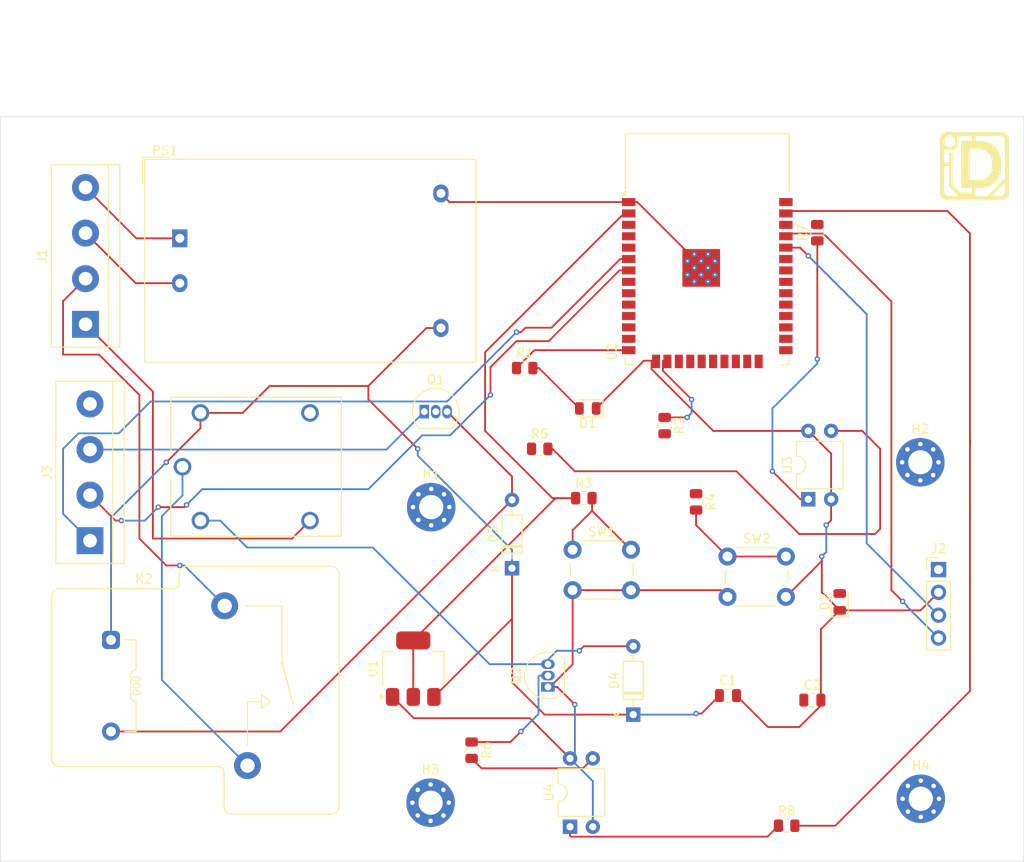
<source format=kicad_pcb>
(kicad_pcb (version 20240108) (generator "pcbnew") (generator_version "8.0")
  (layers (0 "F.Cu" signal) (31 "B.Cu" signal) (34 "B.Paste" user) (35 "F.Paste" user) (36 "B.SilkS" user "B.Silkscreen") (37 "F.SilkS" user "F.Silkscreen") (38 "B.Mask" user) (39 "F.Mask" user) (44 "Edge.Cuts" user))
  (net 0 "")
  (net 1 "/5V")
  (net 2 "GND")
  (net 3 "/3v3")
  (net 4 "Net-(D1-A)")
  (net 5 "Net-(D2-A)")
  (net 6 "Net-(D3-A)")
  (net 7 "Net-(D4-A)")
  (net 8 "/L2")
  (net 9 "Net-(J1-Pin_3)")
  (net 10 "/L1")
  (net 11 "Net-(J1-Pin_4)")
  (net 12 "/RXD")
  (net 13 "/TXD")
  (net 14 "/IN1")
  (net 15 "/IN2")
  (net 17 "/P")
  (net 18 "Net-(Q1-B)")
  (net 19 "Net-(Q2-B)")
  (net 20 "/LED1")
  (net 21 "/LED2")
  (net 22 "Net-(R3-Pad2)")
  (net 23 "Net-(R4-Pad2)")
  (net 24 "Net-(R5-Pad2)")
  (net 25 "Net-(R6-Pad2)")
  (net 26 "/R1")
  (net 27 "Net-(R7-Pad1)")
  (net 28 "/R2")
  (net 29 "Net-(R8-Pad1)")
  (net 42 "/BOOT")
  (net 51 "/EN")
  (footprint "Button_Switch_THT:SW_PUSH_6mm" (layer "F.Cu") (at 141.75 89.25)
    (property "Reference" "SW1" (at 3.25 -2 0) (layer "F.SilkS"))
    (property "Value" "SW_Push")
    (pad "1" thru_hole circle (at 0 0 90) (size 2 2) (drill 1.1) (layers "*.Cu" "*.Mask") (net 22 "Net-(R3-Pad2)"))
    (pad "1" thru_hole circle (at 6.5 0 90) (size 2 2) (drill 1.1) (layers "*.Cu" "*.Mask") (net 22 "Net-(R3-Pad2)"))
    (pad "2" thru_hole circle (at 0 4.5 90) (size 2 2) (drill 1.1) (layers "*.Cu" "*.Mask") (net 2 "GND"))
    (pad "2" thru_hole circle (at 6.5 4.5 90) (size 2 2) (drill 1.1) (layers "*.Cu" "*.Mask") (net 2 "GND"))
  )
  (footprint "Library_pr13_5v_450_1c:RELAY_PR13-5V-450-1C" (layer "F.Cu") (at 106.5 80)
    (property "Reference" "K1" (hide yes))
    (property "Value" "PR13-5V-450-1C" (hide yes))
    (pad "A1" thru_hole circle (at -6.2 -6) (size 1.95 1.95) (drill 1.3) (layers "*.Cu" "*.Mask") (net 1 "/5V"))
    (pad "A2" thru_hole circle (at -6.2 6) (size 1.95 1.95) (drill 1.3) (layers "*.Cu" "*.Mask") (net 7 "Net-(D4-A)"))
    (pad "COM" thru_hole circle (at -8.2 0) (size 1.95 1.95) (drill 1.3) (layers "*.Cu" "*.Mask") (net 17 "/P"))
    (pad "NC" thru_hole circle (at 6 -6) (size 1.95 1.95) (drill 1.3) (layers "*.Cu" "*.Mask"))
    (pad "NO" thru_hole circle (at 6 6) (size 1.95 1.95) (drill 1.3) (layers "*.Cu" "*.Mask") (net 8 "/L2"))
  )
  (footprint "Package_DIP:DIP-4_W7.62mm" (layer "F.Cu") (at 168 83.62 90)
    (property "Reference" "U3" (at 3.81 -2.33 90) (layer "F.SilkS"))
    (property "Value" "PC817")
    (pad "1" thru_hole rect (at 0 0 90) (size 1.6 1.6) (drill 0.8) (layers "*.Cu" "*.Mask") (net 27 "Net-(R7-Pad1)"))
    (pad "2" thru_hole oval (at 0 2.54 90) (size 1.6 1.6) (drill 0.8) (layers "*.Cu" "*.Mask") (net 2 "GND"))
    (pad "3" thru_hole oval (at 7.62 2.54 90) (size 1.6 1.6) (drill 0.8) (layers "*.Cu" "*.Mask") (net 24 "Net-(R5-Pad2)"))
    (pad "4" thru_hole oval (at 7.62 0 90) (size 1.6 1.6) (drill 0.8) (layers "*.Cu" "*.Mask") (net 2 "GND"))
  )
  (footprint "LED_SMD:LED_0805_2012Metric" (layer "F.Cu") (at 171.5 95.0625 90)
    (property "Reference" "D2" (at 0 -1.65 90) (layer "F.SilkS"))
    (property "Value" "LED")
    (pad "1" smd roundrect (at -0.9375 0 90) (size 0.975 1.4) (layers "F.Cu" "F.Paste" "F.Mask") (net 2 "GND"))
    (pad "2" smd roundrect (at 0.9375 0 90) (size 0.975 1.4) (layers "F.Cu" "F.Paste" "F.Mask") (net 5 "Net-(D2-A)"))
  )
  (footprint "Converter_ACDC:Converter_ACDC_Hi-Link_HLK-PMxx" (layer "F.Cu") (at 98.0025 54.5425)
    (property "Reference" "PS1" (at -1.66 -9.79 0) (layer "F.SilkS"))
    (property "Value" "HLK-PM01")
    (pad "1" thru_hole rect (at 0 0) (size 1.7 2) (drill 1) (layers "*.Cu" "*.Mask") (net 11 "Net-(J1-Pin_4)"))
    (pad "2" thru_hole oval (at 0 5) (size 1.7 2) (drill 1) (layers "*.Cu" "*.Mask") (net 9 "Net-(J1-Pin_3)"))
    (pad "3" thru_hole oval (at 29.08 -5) (size 1.7 2) (drill 1) (layers "*.Cu" "*.Mask") (net 2 "GND"))
    (pad "4" thru_hole oval (at 29.08 10) (size 1.7 2) (drill 1) (layers "*.Cu" "*.Mask") (net 1 "/5V"))
  )
  (footprint "Resistor_SMD:R_0805_2012Metric" (layer "F.Cu") (at 165.5875 120)
    (property "Reference" "R8" (at 0 -1.65 0) (layer "F.SilkS"))
    (property "Value" "1K")
    (pad "1" smd roundrect (at -0.9125 0) (size 1.025 1.4) (layers "F.Cu" "F.Paste" "F.Mask") (roundrect_rratio 0.243902) (net 29 "Net-(R8-Pad1)"))
    (pad "2" smd roundrect (at 0.9125 0) (size 1.025 1.4) (layers "F.Cu" "F.Paste" "F.Mask") (roundrect_rratio 0.243902) (net 28 "/R2"))
  )
  (footprint "Relay_THT:Relay_SPST_RAYEX-L90AS" (layer "F.Cu") (at 87.8 104.4)
    (property "Reference" "K2" (at 6.2 -11.9 0) (layer "F.SilkS"))
    (property "Value" "RAYEX-L90AS")
    (pad "13" thru_hole circle (at 15.2 -8.9 180) (size 3 3) (drill 1.6) (layers "*.Cu" "*.Mask") (net 10 "/L1"))
    (pad "14" thru_hole circle (at 17.74 8.9 180) (size 3 3) (drill 1.6) (layers "*.Cu" "*.Mask") (net 17 "/P"))
    (pad "A1" thru_hole roundrect (at 2.54 -5.1 180) (size 2 2) (drill 1.1) (layers "*.Cu" "*.Mask") (net 1 "/5V"))
    (pad "A2" thru_hole circle (at 2.54 5.1 180) (size 2 2) (drill 1.1) (layers "*.Cu" "*.Mask") (net 6 "Net-(D3-A)"))
  )
  (footprint "Resistor_SMD:R_0805_2012Metric" (layer "F.Cu") (at 130.5 111.5875 -90)
    (property "Reference" "R6" (at 0 -1.65 90) (layer "F.SilkS"))
    (property "Value" "1K")
    (pad "1" smd roundrect (at -0.9125 0 270) (size 1.025 1.4) (layers "F.Cu" "F.Paste" "F.Mask") (roundrect_rratio 0.243902) (net 19 "Net-(Q2-B)"))
    (pad "2" smd roundrect (at 0.9125 0 270) (size 1.025 1.4) (layers "F.Cu" "F.Paste" "F.Mask") (roundrect_rratio 0.243902) (net 25 "Net-(R6-Pad2)"))
  )
  (footprint "Package_TO_SOT_SMD:SOT-223-3_TabPin2" (layer "F.Cu") (at 124 102.5 90)
    (property "Reference" "U1" (at 0 -4.5 90) (layer "F.SilkS"))
    (property "Value" "AMS1117-3.3")
    (pad "1" smd roundrect (at -3.15 -2.3 90) (size 2 1.5) (layers "F.Cu" "F.Paste" "F.Mask") (net 2 "GND"))
    (pad "2" smd roundrect (at -3.15 0 90) (size 2 1.5) (layers "F.Cu" "F.Paste" "F.Mask") (net 3 "/3v3"))
    (pad "2" smd roundrect (at 3.15 0 90) (size 2 3.8) (layers "F.Cu" "F.Paste" "F.Mask") (net 3 "/3v3"))
    (pad "3" smd roundrect (at -3.15 2.3 90) (size 2 1.5) (layers "F.Cu" "F.Paste" "F.Mask") (net 1 "/5V"))
  )
  (footprint "Package_TO_SOT_THT:TO-92_Inline" (layer "F.Cu") (at 125.23 73.86)
    (property "Reference" "Q1" (at 1.27 -3.56 0) (layer "F.SilkS"))
    (property "Value" "S8050")
    (pad "1" thru_hole rect (at 0 0) (size 1.05 1.5) (drill 0.75) (layers "*.Cu" "*.Mask") (net 2 "GND"))
    (pad "2" thru_hole oval (at 1.27 0) (size 1.05 1.5) (drill 0.75) (layers "*.Cu" "*.Mask") (net 18 "Net-(Q1-B)"))
    (pad "3" thru_hole oval (at 2.54 0) (size 1.05 1.5) (drill 0.75) (layers "*.Cu" "*.Mask") (net 6 "Net-(D3-A)"))
  )
  (footprint "Capacitor_SMD:C_0805_2012Metric" (layer "F.Cu") (at 159.05 105.5)
    (property "Reference" "C1" (at 0 -1.68 0) (layer "F.SilkS"))
    (property "Value" "C")
    (pad "1" smd roundrect (at -0.95 0) (size 1 1.45) (layers "F.Cu" "F.Paste" "F.Mask") (net 1 "/5V"))
    (pad "2" smd roundrect (at 0.95 0) (size 1 1.45) (layers "F.Cu" "F.Paste" "F.Mask") (net 2 "GND"))
  )
  (footprint "Package_DIP:DIP-4_W7.62mm" (layer "F.Cu") (at 141.46 120.12 90)
    (property "Reference" "U4" (at 3.81 -2.33 90) (layer "F.SilkS"))
    (property "Value" "PC817")
    (pad "1" thru_hole rect (at 0 0 90) (size 1.6 1.6) (drill 0.8) (layers "*.Cu" "*.Mask") (net 29 "Net-(R8-Pad1)"))
    (pad "2" thru_hole oval (at 0 2.54 90) (size 1.6 1.6) (drill 0.8) (layers "*.Cu" "*.Mask") (net 2 "GND"))
    (pad "3" thru_hole oval (at 7.62 2.54 90) (size 1.6 1.6) (drill 0.8) (layers "*.Cu" "*.Mask") (net 25 "Net-(R6-Pad2)"))
    (pad "4" thru_hole oval (at 7.62 0 90) (size 1.6 1.6) (drill 0.8) (layers "*.Cu" "*.Mask") (net 2 "GND"))
  )
  (footprint "Resistor_SMD:R_0805_2012Metric" (layer "F.Cu") (at 169 53.9125 90)
    (property "Reference" "R7" (at 0 -1.65 90) (layer "F.SilkS"))
    (property "Value" "1K")
    (pad "1" smd roundrect (at -0.9125 0 90) (size 1.025 1.4) (layers "F.Cu" "F.Paste" "F.Mask") (roundrect_rratio 0.243902) (net 27 "Net-(R7-Pad1)"))
    (pad "2" smd roundrect (at 0.9125 0 90) (size 1.025 1.4) (layers "F.Cu" "F.Paste" "F.Mask") (roundrect_rratio 0.243902) (net 26 "/R1"))
  )
  (footprint "MountingHole:MountingHole_2.7mm_Pad_Via" (layer "F.Cu") (at 180.475 79.5)
    (property "Reference" "H2" (at 0 -3.7 0) (layer "F.SilkS"))
    (property "Value" "MountingHole")
    (pad "1" thru_hole circle (at -2.025 0) (size 0.8 0.8) (drill 0.5) (layers "*.Cu" "*.Mask"))
    (pad "1" thru_hole circle (at -1.431891 -1.431891) (size 0.8 0.8) (drill 0.5) (layers "*.Cu" "*.Mask"))
    (pad "1" thru_hole circle (at -1.431891 1.431891) (size 0.8 0.8) (drill 0.5) (layers "*.Cu" "*.Mask"))
    (pad "1" thru_hole circle (at 0 -2.025) (size 0.8 0.8) (drill 0.5) (layers "*.Cu" "*.Mask"))
    (pad "1" thru_hole circle (at 0 0) (size 5.4 5.4) (drill 2.7) (layers "*.Cu" "*.Mask"))
    (pad "1" thru_hole circle (at 0 2.025) (size 0.8 0.8) (drill 0.5) (layers "*.Cu" "*.Mask"))
    (pad "1" thru_hole circle (at 1.431891 -1.431891) (size 0.8 0.8) (drill 0.5) (layers "*.Cu" "*.Mask"))
    (pad "1" thru_hole circle (at 1.431891 1.431891) (size 0.8 0.8) (drill 0.5) (layers "*.Cu" "*.Mask"))
    (pad "1" thru_hole circle (at 2.025 0) (size 0.8 0.8) (drill 0.5) (layers "*.Cu" "*.Mask"))
  )
  (footprint "Resistor_SMD:R_0805_2012Metric" (layer "F.Cu") (at 136.4125 69)
    (property "Reference" "R1" (at 0 -1.65 0) (layer "F.SilkS"))
    (property "Value" "R")
    (pad "1" smd roundrect (at -0.9125 0) (size 1.025 1.4) (layers "F.Cu" "F.Paste" "F.Mask") (roundrect_rratio 0.243902) (net 20 "/LED1"))
    (pad "2" smd roundrect (at 0.9125 0) (size 1.025 1.4) (layers "F.Cu" "F.Paste" "F.Mask") (roundrect_rratio 0.243902) (net 4 "Net-(D1-A)"))
  )
  (footprint "Connector_PinHeader_2.54mm:PinHeader_1x04_P2.54mm_Vertical" (layer "F.Cu") (at 182.5 91.46)
    (property "Reference" "J2" (at 0 -2.33 0) (layer "F.SilkS"))
    (property "Value" "Conn_01x04_Socket")
    (pad "1" thru_hole rect (at 0 0) (size 1.7 1.7) (drill 1) (layers "*.Cu" "*.Mask") (net 3 "/3v3"))
    (pad "2" thru_hole oval (at 0 2.54) (size 1.7 1.7) (drill 1) (layers "*.Cu" "*.Mask") (net 2 "GND"))
    (pad "3" thru_hole oval (at 0 5.08) (size 1.7 1.7) (drill 1) (layers "*.Cu" "*.Mask") (net 12 "/RXD"))
    (pad "4" thru_hole oval (at 0 7.62) (size 1.7 1.7) (drill 1) (layers "*.Cu" "*.Mask") (net 13 "/TXD"))
  )
  (footprint "Capacitor_SMD:C_0805_2012Metric" (layer "F.Cu") (at 168.45 106)
    (property "Reference" "C2" (at 0 -1.68 0) (layer "F.SilkS"))
    (property "Value" "C")
    (pad "1" smd roundrect (at -0.95 0) (size 1 1.45) (layers "F.Cu" "F.Paste" "F.Mask") (net 3 "/3v3"))
    (pad "2" smd roundrect (at 0.95 0) (size 1 1.45) (layers "F.Cu" "F.Paste" "F.Mask") (net 2 "GND"))
  )
  (footprint "TerminalBlock:TerminalBlock_bornier-4_P5.08mm" (layer "F.Cu") (at 88 88.24 90)
    (property "Reference" "J3" (at 7.6 -4.8 90) (layer "F.SilkS"))
    (property "Value" "Conn_01x03_Pin")
    (pad "1" thru_hole rect (at 0 0 90) (size 3 3) (drill 1.52) (layers "*.Cu" "*.Mask") (net 14 "/IN1"))
    (pad "2" thru_hole circle (at 5.08 0 90) (size 3 3) (drill 1.52) (layers "*.Cu" "*.Mask") (net 15 "/IN2"))
    (pad "3" thru_hole circle (at 10.16 0 90) (size 3 3) (drill 1.52) (layers "*.Cu" "*.Mask") (net 2 "GND"))
    (pad "4" thru_hole circle (at 15.24 0 90) (size 3 3) (drill 1.52) (layers "*.Cu" "*.Mask"))
  )
  (footprint "Resistor_SMD:R_0805_2012Metric" (layer "F.Cu") (at 155.5 83.9125 -90)
    (property "Reference" "R4" (at 0 -1.65 90) (layer "F.SilkS"))
    (property "Value" "R")
    (pad "1" smd roundrect (at -0.9125 0 270) (size 1.025 1.4) (layers "F.Cu" "F.Paste" "F.Mask") (roundrect_rratio 0.243902) (net 3 "/3v3"))
    (pad "2" smd roundrect (at 0.9125 0 270) (size 1.025 1.4) (layers "F.Cu" "F.Paste" "F.Mask") (roundrect_rratio 0.243902) (net 23 "Net-(R4-Pad2)"))
  )
  (footprint "MountingHole:MountingHole_2.7mm_Pad_Via" (layer "F.Cu") (at 180.525 117)
    (property "Reference" "H4" (at 0 -3.7 0) (layer "F.SilkS"))
    (property "Value" "MountingHole")
    (pad "1" thru_hole circle (at -2.025 0) (size 0.8 0.8) (drill 0.5) (layers "*.Cu" "*.Mask"))
    (pad "1" thru_hole circle (at -1.431891 -1.431891) (size 0.8 0.8) (drill 0.5) (layers "*.Cu" "*.Mask"))
    (pad "1" thru_hole circle (at -1.431891 1.431891) (size 0.8 0.8) (drill 0.5) (layers "*.Cu" "*.Mask"))
    (pad "1" thru_hole circle (at 0 -2.025) (size 0.8 0.8) (drill 0.5) (layers "*.Cu" "*.Mask"))
    (pad "1" thru_hole circle (at 0 0) (size 5.4 5.4) (drill 2.7) (layers "*.Cu" "*.Mask"))
    (pad "1" thru_hole circle (at 0 2.025) (size 0.8 0.8) (drill 0.5) (layers "*.Cu" "*.Mask"))
    (pad "1" thru_hole circle (at 1.431891 -1.431891) (size 0.8 0.8) (drill 0.5) (layers "*.Cu" "*.Mask"))
    (pad "1" thru_hole circle (at 1.431891 1.431891) (size 0.8 0.8) (drill 0.5) (layers "*.Cu" "*.Mask"))
    (pad "1" thru_hole circle (at 2.025 0) (size 0.8 0.8) (drill 0.5) (layers "*.Cu" "*.Mask"))
  )
  (footprint "MountingHole:MountingHole_2.7mm_Pad_Via" (layer "F.Cu") (at 125.931891 117.431891)
    (property "Reference" "H3" (at 0 -3.7 0) (layer "F.SilkS"))
    (property "Value" "MountingHole")
    (pad "1" thru_hole circle (at -2.025 0) (size 0.8 0.8) (drill 0.5) (layers "*.Cu" "*.Mask"))
    (pad "1" thru_hole circle (at -1.431891 -1.431891) (size 0.8 0.8) (drill 0.5) (layers "*.Cu" "*.Mask"))
    (pad "1" thru_hole circle (at -1.431891 1.431891) (size 0.8 0.8) (drill 0.5) (layers "*.Cu" "*.Mask"))
    (pad "1" thru_hole circle (at 0 -2.025) (size 0.8 0.8) (drill 0.5) (layers "*.Cu" "*.Mask"))
    (pad "1" thru_hole circle (at 0 0) (size 5.4 5.4) (drill 2.7) (layers "*.Cu" "*.Mask"))
    (pad "1" thru_hole circle (at 0 2.025) (size 0.8 0.8) (drill 0.5) (layers "*.Cu" "*.Mask"))
    (pad "1" thru_hole circle (at 1.431891 -1.431891) (size 0.8 0.8) (drill 0.5) (layers "*.Cu" "*.Mask"))
    (pad "1" thru_hole circle (at 1.431891 1.431891) (size 0.8 0.8) (drill 0.5) (layers "*.Cu" "*.Mask"))
    (pad "1" thru_hole circle (at 2.025 0) (size 0.8 0.8) (drill 0.5) (layers "*.Cu" "*.Mask"))
  )
  (footprint "Resistor_SMD:R_0805_2012Metric" (layer "F.Cu") (at 138.0875 78)
    (property "Reference" "R5" (at 0 -1.65 0) (layer "F.SilkS"))
    (property "Value" "1K")
    (pad "1" smd roundrect (at -0.9125 0) (size 1.025 1.4) (layers "F.Cu" "F.Paste" "F.Mask") (roundrect_rratio 0.243902) (net 18 "Net-(Q1-B)"))
    (pad "2" smd roundrect (at 0.9125 0) (size 1.025 1.4) (layers "F.Cu" "F.Paste" "F.Mask") (roundrect_rratio 0.243902) (net 24 "Net-(R5-Pad2)"))
  )
  (footprint "Resistor_SMD:R_0805_2012Metric" (layer "F.Cu") (at 152 75.4125 -90)
    (property "Reference" "R2" (at 0 -1.65 90) (layer "F.SilkS"))
    (property "Value" "R")
    (pad "1" smd roundrect (at -0.9125 0 270) (size 1.025 1.4) (layers "F.Cu" "F.Paste" "F.Mask") (roundrect_rratio 0.243902) (net 21 "/LED2"))
    (pad "2" smd roundrect (at 0.9125 0 270) (size 1.025 1.4) (layers "F.Cu" "F.Paste" "F.Mask") (roundrect_rratio 0.243902) (net 5 "Net-(D2-A)"))
  )
  (footprint "Package_TO_SOT_THT:TO-92_Inline" (layer "F.Cu") (at 139 104.54 90)
    (property "Reference" "Q2" (at 1.27 -3.56 90) (layer "F.SilkS"))
    (property "Value" "S8050")
    (pad "1" thru_hole rect (at 0 0 90) (size 1.05 1.5) (drill 0.75) (layers "*.Cu" "*.Mask") (net 2 "GND"))
    (pad "2" thru_hole oval (at 1.27 0 90) (size 1.05 1.5) (drill 0.75) (layers "*.Cu" "*.Mask") (net 19 "Net-(Q2-B)"))
    (pad "3" thru_hole oval (at 2.54 0 90) (size 1.05 1.5) (drill 0.75) (layers "*.Cu" "*.Mask") (net 7 "Net-(D4-A)"))
  )
  (footprint "Resistor_SMD:R_0805_2012Metric" (layer "F.Cu") (at 143 83.5)
    (property "Reference" "R3" (at 0 -1.65 0) (layer "F.SilkS"))
    (property "Value" "R")
    (pad "1" smd roundrect (at -0.9125 0) (size 1.025 1.4) (layers "F.Cu" "F.Paste" "F.Mask") (roundrect_rratio 0.243902) (net 3 "/3v3"))
    (pad "2" smd roundrect (at 0.9125 0) (size 1.025 1.4) (layers "F.Cu" "F.Paste" "F.Mask") (roundrect_rratio 0.243902) (net 22 "Net-(R3-Pad2)"))
  )
  (footprint "TerminalBlock:TerminalBlock_bornier-4_P5.08mm" (layer "F.Cu") (at 87.5 64.12 90)
    (property "Reference" "J1" (at 7.6 -4.8 90) (layer "F.SilkS"))
    (property "Value" "Conn_01x04_Socket")
    (pad "1" thru_hole rect (at 0 0 90) (size 3 3) (drill 1.52) (layers "*.Cu" "*.Mask") (net 8 "/L2"))
    (pad "2" thru_hole circle (at 5.08 0 90) (size 3 3) (drill 1.52) (layers "*.Cu" "*.Mask") (net 10 "/L1"))
    (pad "3" thru_hole circle (at 10.16 0 90) (size 3 3) (drill 1.52) (layers "*.Cu" "*.Mask") (net 9 "Net-(J1-Pin_3)"))
    (pad "4" thru_hole circle (at 15.24 0 90) (size 3 3) (drill 1.52) (layers "*.Cu" "*.Mask") (net 11 "Net-(J1-Pin_4)"))
  )
  (footprint "Diode_THT:D_DO-35_SOD27_P7.62mm_Horizontal" (layer "F.Cu") (at 148.5 107.62 90)
    (property "Reference" "D4" (at 3.81 -2.12 90) (layer "F.SilkS"))
    (property "Value" "1N4148")
    (fp_text user "K" (at 0 -1.8 90) (layer "F.SilkS"))
    (pad "1" thru_hole rect (at 0 0 90) (size 1.6 1.6) (drill 0.8) (layers "*.Cu" "*.Mask") (net 1 "/5V"))
    (pad "2" thru_hole oval (at 7.62 0 90) (size 1.6 1.6) (drill 0.8) (layers "*.Cu" "*.Mask") (net 7 "Net-(D4-A)"))
  )
  (footprint "Dip:logo2" (layer "F.Cu") (at 186.5 46.5)
    (property "Reference" "G***" (hide yes))
    (property "Value" "LOGO" (hide yes))
  )
  (footprint "Diode_THT:D_DO-35_SOD27_P7.62mm_Horizontal" (layer "F.Cu") (at 135 91.31 90)
    (property "Reference" "D3" (at 3.81 -2.12 90) (layer "F.SilkS"))
    (property "Value" "1N4148")
    (fp_text user "K" (at 0 -1.8 90) (layer "F.SilkS"))
    (pad "1" thru_hole rect (at 0 0 90) (size 1.6 1.6) (drill 0.8) (layers "*.Cu" "*.Mask") (net 1 "/5V"))
    (pad "2" thru_hole oval (at 7.62 0 90) (size 1.6 1.6) (drill 0.8) (layers "*.Cu" "*.Mask") (net 6 "Net-(D3-A)"))
  )
  (footprint "RF_Module:ESP32-WROOM-32" (layer "F.Cu") (at 156.75 58.75)
    (property "Reference" "U2" (at -10.61 8.43 90) (layer "F.SilkS"))
    (property "Value" "ESP32-WROOM-32")
    (pad "1" smd rect (at -8.75 -8.25) (size 1.5 0.9) (layers "F.Cu" "F.Paste" "F.Mask") (net 2 "GND"))
    (pad "2" smd rect (at -8.75 -6.98) (size 1.5 0.9) (layers "F.Cu" "F.Paste" "F.Mask") (net 3 "/3v3"))
    (pad "3" smd rect (at -8.75 -5.71) (size 1.5 0.9) (layers "F.Cu" "F.Paste" "F.Mask") (net 51 "/EN"))
    (pad "4" smd rect (at -8.75 -4.44) (size 1.5 0.9) (layers "F.Cu" "F.Paste" "F.Mask"))
    (pad "5" smd rect (at -8.75 -3.17) (size 1.5 0.9) (layers "F.Cu" "F.Paste" "F.Mask"))
    (pad "6" smd rect (at -8.75 -1.9) (size 1.5 0.9) (layers "F.Cu" "F.Paste" "F.Mask") (net 14 "/IN1"))
    (pad "7" smd rect (at -8.75 -0.63) (size 1.5 0.9) (layers "F.Cu" "F.Paste" "F.Mask") (net 15 "/IN2"))
    (pad "8" smd rect (at -8.75 0.64) (size 1.5 0.9) (layers "F.Cu" "F.Paste" "F.Mask"))
    (pad "9" smd rect (at -8.75 1.91) (size 1.5 0.9) (layers "F.Cu" "F.Paste" "F.Mask"))
    (pad "10" smd rect (at -8.75 3.18) (size 1.5 0.9) (layers "F.Cu" "F.Paste" "F.Mask"))
    (pad "11" smd rect (at -8.75 4.45) (size 1.5 0.9) (layers "F.Cu" "F.Paste" "F.Mask"))
    (pad "12" smd rect (at -8.75 5.72) (size 1.5 0.9) (layers "F.Cu" "F.Paste" "F.Mask"))
    (pad "13" smd rect (at -8.75 6.99) (size 1.5 0.9) (layers "F.Cu" "F.Paste" "F.Mask"))
    (pad "14" smd rect (at -8.75 8.26) (size 1.5 0.9) (layers "F.Cu" "F.Paste" "F.Mask") (net 20 "/LED1"))
    (pad "15" smd rect (at -5.71 9.51 90) (size 1.5 0.9) (layers "F.Cu" "F.Paste" "F.Mask") (net 2 "GND"))
    (pad "16" smd rect (at -4.44 9.51 90) (size 1.5 0.9) (layers "F.Cu" "F.Paste" "F.Mask") (net 21 "/LED2"))
    (pad "17" smd rect (at -3.17 9.51 90) (size 1.5 0.9) (layers "F.Cu" "F.Paste" "F.Mask"))
    (pad "18" smd rect (at -1.9 9.51 90) (size 1.5 0.9) (layers "F.Cu" "F.Paste" "F.Mask"))
    (pad "19" smd rect (at -0.63 9.51 90) (size 1.5 0.9) (layers "F.Cu" "F.Paste" "F.Mask"))
    (pad "20" smd rect (at 0.64 9.51 90) (size 1.5 0.9) (layers "F.Cu" "F.Paste" "F.Mask"))
    (pad "21" smd rect (at 1.91 9.51 90) (size 1.5 0.9) (layers "F.Cu" "F.Paste" "F.Mask"))
    (pad "22" smd rect (at 3.18 9.51 90) (size 1.5 0.9) (layers "F.Cu" "F.Paste" "F.Mask"))
    (pad "23" smd rect (at 4.45 9.51 90) (size 1.5 0.9) (layers "F.Cu" "F.Paste" "F.Mask"))
    (pad "24" smd rect (at 5.72 9.51 90) (size 1.5 0.9) (layers "F.Cu" "F.Paste" "F.Mask"))
    (pad "25" smd rect (at 8.75 8.26) (size 1.5 0.9) (layers "F.Cu" "F.Paste" "F.Mask") (net 42 "/BOOT"))
    (pad "26" smd rect (at 8.75 6.99) (size 1.5 0.9) (layers "F.Cu" "F.Paste" "F.Mask"))
    (pad "27" smd rect (at 8.75 5.72) (size 1.5 0.9) (layers "F.Cu" "F.Paste" "F.Mask"))
    (pad "28" smd rect (at 8.75 4.45) (size 1.5 0.9) (layers "F.Cu" "F.Paste" "F.Mask"))
    (pad "29" smd rect (at 8.75 3.18) (size 1.5 0.9) (layers "F.Cu" "F.Paste" "F.Mask"))
    (pad "30" smd rect (at 8.75 1.91) (size 1.5 0.9) (layers "F.Cu" "F.Paste" "F.Mask"))
    (pad "31" smd rect (at 8.75 0.64) (size 1.5 0.9) (layers "F.Cu" "F.Paste" "F.Mask"))
    (pad "32" smd rect (at 8.75 -0.63) (size 1.5 0.9) (layers "F.Cu" "F.Paste" "F.Mask"))
    (pad "33" smd rect (at 8.75 -1.9) (size 1.5 0.9) (layers "F.Cu" "F.Paste" "F.Mask"))
    (pad "34" smd rect (at 8.75 -3.17) (size 1.5 0.9) (layers "F.Cu" "F.Paste" "F.Mask") (net 12 "/RXD"))
    (pad "35" smd rect (at 8.75 -4.44) (size 1.5 0.9) (layers "F.Cu" "F.Paste" "F.Mask") (net 13 "/TXD"))
    (pad "36" smd rect (at 8.75 -5.71) (size 1.5 0.9) (layers "F.Cu" "F.Paste" "F.Mask") (net 26 "/R1"))
    (pad "37" smd rect (at 8.75 -6.98) (size 1.5 0.9) (layers "F.Cu" "F.Paste" "F.Mask") (net 28 "/R2"))
    (pad "38" smd rect (at 8.75 -8.25) (size 1.5 0.9) (layers "F.Cu" "F.Paste" "F.Mask") (net 2 "GND"))
    (pad "39" smd rect (at -2.205 -2.435) (size 1.05 1.05) (layers "F.Cu" "F.Paste") (net 2 "GND"))
    (pad "39" thru_hole circle (at -2.205 -1.6725) (size 0.6 0.6) (drill 0.2) (property pad_prop_heatsink) (layers "*.Cu" "F.Mask") (net 2 "GND"))
    (pad "39" smd rect (at -2.205 -0.91) (size 1.05 1.05) (layers "F.Cu" "F.Paste") (net 2 "GND"))
    (pad "39" thru_hole circle (at -2.205 -0.1475) (size 0.6 0.6) (drill 0.2) (property pad_prop_heatsink) (layers "*.Cu" "F.Mask") (net 2 "GND"))
    (pad "39" smd rect (at -2.205 0.615) (size 1.05 1.05) (layers "F.Cu" "F.Paste") (net 2 "GND"))
    (pad "39" thru_hole circle (at -1.4425 -2.435) (size 0.6 0.6) (drill 0.2) (property pad_prop_heatsink) (layers "*.Cu" "F.Mask") (net 2 "GND"))
    (pad "39" thru_hole circle (at -1.4425 -0.91) (size 0.6 0.6) (drill 0.2) (property pad_prop_heatsink) (layers "*.Cu" "F.Mask") (net 2 "GND"))
    (pad "39" thru_hole circle (at -1.4425 0.615) (size 0.6 0.6) (drill 0.2) (property pad_prop_heatsink) (layers "*.Cu" "F.Mask") (net 2 "GND"))
    (pad "39" smd rect (at -0.68 -2.435) (size 1.05 1.05) (layers "F.Cu" "F.Paste") (net 2 "GND"))
    (pad "39" thru_hole circle (at -0.68 -1.6725) (size 0.6 0.6) (drill 0.2) (property pad_prop_heatsink) (layers "*.Cu" "F.Mask") (net 2 "GND"))
    (pad "39" smd rect (at -0.68 -0.91) (size 1.05 1.05) (layers "F.Cu" "F.Paste") (net 2 "GND"))
    (pad "39" smd rect (at -0.68 -0.91) (size 4.2 4.2) (layers "F.Cu" "F.Mask") (net 2 "GND"))
    (pad "39" thru_hole circle (at -0.68 -0.1475) (size 0.6 0.6) (drill 0.2) (property pad_prop_heatsink) (layers "*.Cu" "F.Mask") (net 2 "GND"))
    (pad "39" smd rect (at -0.68 0.615) (size 1.05 1.05) (layers "F.Cu" "F.Paste") (net 2 "GND"))
    (pad "39" thru_hole circle (at 0.0825 -2.435) (size 0.6 0.6) (drill 0.2) (property pad_prop_heatsink) (layers "*.Cu" "F.Mask") (net 2 "GND"))
    (pad "39" thru_hole circle (at 0.0825 -0.91) (size 0.6 0.6) (drill 0.2) (property pad_prop_heatsink) (layers "*.Cu" "F.Mask") (net 2 "GND"))
    (pad "39" thru_hole circle (at 0.0825 0.615) (size 0.6 0.6) (drill 0.2) (property pad_prop_heatsink) (layers "*.Cu" "F.Mask") (net 2 "GND"))
    (pad "39" smd rect (at 0.845 -2.435) (size 1.05 1.05) (layers "F.Cu" "F.Paste") (net 2 "GND"))
    (pad "39" thru_hole circle (at 0.845 -1.6725) (size 0.6 0.6) (drill 0.2) (property pad_prop_heatsink) (layers "*.Cu" "F.Mask") (net 2 "GND"))
    (pad "39" smd rect (at 0.845 -0.91) (size 1.05 1.05) (layers "F.Cu" "F.Paste") (net 2 "GND"))
    (pad "39" thru_hole circle (at 0.845 -0.1475) (size 0.6 0.6) (drill 0.2) (property pad_prop_heatsink) (layers "*.Cu" "F.Mask") (net 2 "GND"))
    (pad "39" smd rect (at 0.845 0.615) (size 1.05 1.05) (layers "F.Cu" "F.Paste") (net 2 "GND"))
  )
  (footprint "LED_SMD:LED_0805_2012Metric" (layer "F.Cu") (at 143.4375 73.5 180)
    (property "Reference" "D1" (at 0 -1.65 0) (layer "F.SilkS"))
    (property "Value" "LED")
    (pad "1" smd roundrect (at -0.9375 0 180) (size 0.975 1.4) (layers "F.Cu" "F.Paste" "F.Mask") (net 2 "GND"))
    (pad "2" smd roundrect (at 0.9375 0 180) (size 0.975 1.4) (layers "F.Cu" "F.Paste" "F.Mask") (net 4 "Net-(D1-A)"))
  )
  (footprint "Button_Switch_THT:SW_PUSH_6mm" (layer "F.Cu") (at 159 90)
    (property "Reference" "SW2" (at 3.25 -2 0) (layer "F.SilkS"))
    (property "Value" "SW_Push")
    (pad "1" thru_hole circle (at 0 0 90) (size 2 2) (drill 1.1) (layers "*.Cu" "*.Mask") (net 23 "Net-(R4-Pad2)"))
    (pad "1" thru_hole circle (at 6.5 0 90) (size 2 2) (drill 1.1) (layers "*.Cu" "*.Mask") (net 23 "Net-(R4-Pad2)"))
    (pad "2" thru_hole circle (at 0 4.5 90) (size 2 2) (drill 1.1) (layers "*.Cu" "*.Mask") (net 2 "GND"))
    (pad "2" thru_hole circle (at 6.5 4.5 90) (size 2 2) (drill 1.1) (layers "*.Cu" "*.Mask") (net 2 "GND"))
  )
  (footprint "MountingHole:MountingHole_2.7mm_Pad_Via" (layer "F.Cu") (at 126 84.5)
    (property "Reference" "H1" (at 0 -3.7 0) (layer "F.SilkS"))
    (property "Value" "MountingHole")
    (pad "1" thru_hole circle (at -2.025 0) (size 0.8 0.8) (drill 0.5) (layers "*.Cu" "*.Mask"))
    (pad "1" thru_hole circle (at -1.431891 -1.431891) (size 0.8 0.8) (drill 0.5) (layers "*.Cu" "*.Mask"))
    (pad "1" thru_hole circle (at -1.431891 1.431891) (size 0.8 0.8) (drill 0.5) (layers "*.Cu" "*.Mask"))
    (pad "1" thru_hole circle (at 0 -2.025) (size 0.8 0.8) (drill 0.5) (layers "*.Cu" "*.Mask"))
    (pad "1" thru_hole circle (at 0 0) (size 5.4 5.4) (drill 2.7) (layers "*.Cu" "*.Mask"))
    (pad "1" thru_hole circle (at 0 2.025) (size 0.8 0.8) (drill 0.5) (layers "*.Cu" "*.Mask"))
    (pad "1" thru_hole circle (at 1.431891 -1.431891) (size 0.8 0.8) (drill 0.5) (layers "*.Cu" "*.Mask"))
    (pad "1" thru_hole circle (at 1.431891 1.431891) (size 0.8 0.8) (drill 0.5) (layers "*.Cu" "*.Mask"))
    (pad "1" thru_hole circle (at 2.025 0) (size 0.8 0.8) (drill 0.5) (layers "*.Cu" "*.Mask"))
  )
  (gr_rect (start 78 41) (end 192 124) (stroke (width 0.05)) (fill none) (layer "Edge.Cuts"))
  (segment (start 138.62 107.62) (end 135 104) (width 0.2) (layer "F.Cu") (net 1))
  (segment (start 125.4575 64.5425) (end 127.0825 64.5425) (width 0.2) (layer "F.Cu") (net 1))
  (segment (start 119 72.5) (end 119 71) (width 0.2) (layer "F.Cu") (net 1))
  (segment (start 135 91.31) (end 135 96.95) (width 0.2) (layer "F.Cu") (net 1))
  (segment (start 108 71) (end 119 71) (width 0.2) (layer "F.Cu") (net 1))
  (segment (start 105 74) (end 108 71) (width 0.2) (layer "F.Cu") (net 1))
  (segment (start 100.3 75.7) (end 100.3 74) (width 0.2) (layer "F.Cu") (net 1))
  (segment (start 135 96.95) (end 126.3 105.65) (width 0.2) (layer "F.Cu") (net 1))
  (segment (start 156.1 107.5) (end 158.1 105.5) (width 0.2) (layer "F.Cu") (net 1))
  (segment (start 100.3 74) (end 105 74) (width 0.2) (layer "F.Cu") (net 1))
  (segment (start 148.5 107.62) (end 138.62 107.62) (width 0.2) (layer "F.Cu") (net 1))
  (segment (start 124.5 78) (end 119 72.5) (width 0.2) (layer "F.Cu") (net 1))
  (segment (start 96.5 79.5) (end 100.3 75.7) (width 0.2) (layer "F.Cu") (net 1))
  (segment (start 155.5 107.5) (end 156.1 107.5) (width 0.2) (layer "F.Cu") (net 1))
  (segment (start 119 71) (end 125.4575 64.5425) (width 0.2) (layer "F.Cu") (net 1))
  (segment (start 135 104) (end 135 96.95) (width 0.2) (layer "F.Cu") (net 1))
  (via (at 96.5 79.5) (size 0.6) (drill 0.3) (layers "F.Cu" "B.Cu") (net 1))
  (via (at 124.5 78) (size 0.6) (drill 0.3) (layers "F.Cu" "B.Cu") (net 1))
  (via (at 155.5 107.5) (size 0.6) (drill 0.3) (layers "F.Cu" "B.Cu") (net 1))
  (segment (start 148.5 107.62) (end 155.38 107.62) (width 0.2) (layer "B.Cu") (net 1))
  (segment (start 135 91.31) (end 135 89.257359) (width 0.2) (layer "B.Cu") (net 1))
  (segment (start 135 89.257359) (end 124.5 78.757359) (width 0.2) (layer "B.Cu") (net 1))
  (segment (start 155.38 107.62) (end 155.5 107.5) (width 0.2) (layer "B.Cu") (net 1))
  (segment (start 90.34 99.3) (end 90.34 85.66) (width 0.2) (layer "B.Cu") (net 1))
  (segment (start 124.5 78.757359) (end 124.5 78) (width 0.2) (layer "B.Cu") (net 1))
  (segment (start 90.34 85.66) (end 96.5 79.5) (width 0.2) (layer "B.Cu") (net 1))
  (segment (start 157.595 58.6025) (end 156.8325 57.84) (width 0.2) (layer "F.Cu") (net 2))
  (segment (start 139.225 104.54) (end 141.75 102.015) (width 0.2) (layer "F.Cu") (net 2))
  (segment (start 157.595 57.0775) (end 156.07 57.0775) (width 0.2) (layer "F.Cu") (net 2))
  (segment (start 156.8325 57.84) (end 157.595 57.0775) (width 0.2) (layer "F.Cu") (net 2))
  (segment (start 155.3075 57.84) (end 154.545 58.6025) (width 0.2) (layer "F.Cu") (net 2))
  (segment (start 156.07 58.6025) (end 156.8325 59.365) (width 0.2) (layer "F.Cu") (net 2))
  (segment (start 150.54 68.18) (end 150.54 69.13) (width 0.2) (layer "F.Cu") (net 2))
  (segment (start 156.8325 56.315) (end 155.3075 56.315) (width 0.2) (layer "F.Cu") (net 2))
  (segment (start 148 50.5) (end 128.04 50.5) (width 0.2) (layer "F.Cu") (net 2))
  (segment (start 148 50.5) (end 148.95 50.5) (width 0.2) (layer "F.Cu") (net 2))
  (segment (start 128.04 50.5) (end 127.0825 49.5425) (width 0.2) (layer "F.Cu") (net 2))
  (segment (start 140.04 104.54) (end 142 106.5) (width 0.2) (layer "F.Cu") (net 2))
  (segment (start 169.5 90.5) (end 165.5 94.5) (width 0.2) (layer "F.Cu") (net 2))
  (segment (start 148.25 93.75) (end 158.25 93.75) (width 0.2) (layer "F.Cu") (net 2))
  (segment (start 156.07 57.0775) (end 155.3075 56.315) (width 0.2) (layer "F.Cu") (net 2))
  (segment (start 169.4 106.6) (end 169.4 106) (width 0.2) (layer "F.Cu") (net 2))
  (segment (start 170.54 85.96) (end 170 86.5) (width 0.2) (layer "F.Cu") (net 2))
  (segment (start 141.75 93.75) (end 148.25 93.75) (width 0.2) (layer "F.Cu") (net 2))
  (segment (start 156.07 57.0775) (end 156.8325 56.315) (width 0.2) (layer "F.Cu") (net 2))
  (segment (start 158.25 93.75) (end 159 94.5) (width 0.2) (layer "F.Cu") (net 2))
  (segment (start 157.41 76) (end 168 76) (width 0.2) (layer "F.Cu") (net 2))
  (segment (start 170.54 78.54) (end 168 76) (width 0.2) (layer "F.Cu") (net 2))
  (segment (start 141.75 102.015) (end 141.75 93.75) (width 0.2) (layer "F.Cu") (net 2))
  (segment (start 154.545 56.095) (end 154.545 57.0775) (width 0.2) (layer "F.Cu") (net 2))
  (segment (start 154.225 55.775) (end 154.545 56.095) (width 0.2) (layer "F.Cu") (net 2))
  (segment (start 154.545 57.0775) (end 155.3075 57.84) (width 0.2) (layer "F.Cu") (net 2))
  (segment (start 171.5 96) (end 180.5 96) (width 0.2) (layer "F.Cu") (net 2))
  (segment (start 144.375 73.5) (end 149.695 68.18) (width 0.2) (layer "F.Cu") (net 2))
  (segment (start 124.07 108.02) (end 136.98 108.02) (width 0.2) (layer "F.Cu") (net 2))
  (segment (start 180.5 96) (end 182.5 94) (width 0.2) (layer "F.Cu") (net 2))
  (segment (start 148.95 50.5) (end 154.225 55.775) (width 0.2) (layer "F.Cu") (net 2))
  (segment (start 155.3075 56.315) (end 154.765 56.315) (width 0.2) (layer "F.Cu") (net 2))
  (segment (start 169.5 90) (end 169.5 94) (width 0.2) (layer "F.Cu") (net 2))
  (segment (start 156.8325 56.315) (end 157.595 57.0775) (width 0.2) (layer "F.Cu") (net 2))
  (segment (start 170.54 83.62) (end 170.54 85.96) (width 0.2) (layer "F.Cu") (net 2))
  (segment (start 167 109) (end 169.4 106.6) (width 0.2) (layer "F.Cu") (net 2))
  (segment (start 150.54 69.13) (end 157.41 76) (width 0.2) (layer "F.Cu") (net 2))
  (segment (start 156.8325 57.84) (end 156.07 57.0775) (width 0.2) (layer "F.Cu") (net 2))
  (segment (start 154.765 56.315) (end 154.225 55.775) (width 0.2) (layer "F.Cu") (net 2))
  (segment (start 169.4 98.1) (end 171.5 96) (width 0.2) (layer "F.Cu") (net 2))
  (segment (start 139 104.54) (end 139.225 104.54) (width 0.2) (layer "F.Cu") (net 2))
  (segment (start 160 105.5) (end 163.5 109) (width 0.2) (layer "F.Cu") (net 2))
  (segment (start 136.98 108.02) (end 141.46 112.5) (width 0.2) (layer "F.Cu") (net 2))
  (segment (start 139 104.54) (end 140.04 104.54) (width 0.2) (layer "F.Cu") (net 2))
  (segment (start 163.5 109) (end 167 109) (width 0.2) (layer "F.Cu") (net 2))
  (segment (start 155.3075 59.365) (end 156.07 58.6025) (width 0.2) (layer "F.Cu") (net 2))
  (segment (start 169.5 90.5) (end 169.5 90) (width 0.2) (layer "F.Cu") (net 2))
  (segment (start 169.4 106) (end 169.4 98.1) (width 0.2) (layer "F.Cu") (net 2))
  (segment (start 155.3075 56.315) (end 154.545 57.0775) (width 0.2) (layer "F.Cu") (net 2))
  (segment (start 149.695 68.18) (end 150.54 68.18) (width 0.2) (layer "F.Cu") (net 2))
  (segment (start 154.545 58.6025) (end 155.3075 59.365) (width 0.2) (layer "F.Cu") (net 2))
  (segment (start 169.5 94) (end 171.5 96) (width 0.2) (layer "F.Cu") (net 2))
  (segment (start 121.7 105.65) (end 124.07 108.02) (width 0.2) (layer "F.Cu") (net 2))
  (segment (start 156.8325 59.365) (end 157.595 58.6025) (width 0.2) (layer "F.Cu") (net 2))
  (segment (start 170.54 83.62) (end 170.54 78.54) (width 0.2) (layer "F.Cu") (net 2))
  (via (at 170 86.5) (size 0.6) (drill 0.3) (layers "F.Cu" "B.Cu") (net 2))
  (via (at 169.5 90) (size 0.6) (drill 0.3) (layers "F.Cu" "B.Cu") (net 2))
  (via (at 142 106.5) (size 0.6) (drill 0.3) (layers "F.Cu" "B.Cu") (net 2))
  (segment (start 144 120.12) (end 144 115.04) (width 0.2) (layer "B.Cu") (net 2))
  (segment (start 121.01 78.08) (end 125.23 73.86) (width 0.2) (layer "B.Cu") (net 2))
  (segment (start 170 89.5) (end 169.5 90) (width 0.2) (layer "B.Cu") (net 2))
  (segment (start 142 106.5) (end 142 111.96) (width 0.2) (layer "B.Cu") (net 2))
  (segment (start 144 115.04) (end 141.46 112.5) (width 0.2) (layer "B.Cu") (net 2))
  (segment (start 88 78.08) (end 121.01 78.08) (width 0.2) (layer "B.Cu") (net 2))
  (segment (start 142 111.96) (end 141.46 112.5) (width 0.2) (layer "B.Cu") (net 2))
  (segment (start 170 86.5) (end 170 89.5) (width 0.2) (layer "B.Cu") (net 2))
  (segment (start 132 76) (end 139.5 83.5) (width 0.2) (layer "F.Cu") (net 3))
  (segment (start 124 105.65) (end 124 99.35) (width 0.2) (layer "F.Cu") (net 3))
  (segment (start 147.47 51.77) (end 132 67.24) (width 0.2) (layer "F.Cu") (net 3))
  (segment (start 132 67.24) (end 132 76) (width 0.2) (layer "F.Cu") (net 3))
  (segment (start 124 99.35) (end 139.85 83.5) (width 0.2) (layer "F.Cu") (net 3))
  (segment (start 139.85 83.5) (end 142.0875 83.5) (width 0.2) (layer "F.Cu") (net 3))
  (segment (start 148 51.77) (end 147.47 51.77) (width 0.2) (layer "F.Cu") (net 3))
  (segment (start 139.5 83.5) (end 142.0875 83.5) (width 0.2) (layer "F.Cu") (net 3))
  (segment (start 137.325 69) (end 138 69) (width 0.2) (layer "F.Cu") (net 4))
  (segment (start 138 69) (end 142.5 73.5) (width 0.2) (layer "F.Cu") (net 4))
  (segment (start 135 83.69) (end 135 81.09) (width 0.2) (layer "F.Cu") (net 6))
  (segment (start 135 81.09) (end 127.77 73.86) (width 0.2) (layer "F.Cu") (net 6))
  (segment (start 109.19 109.5) (end 135 83.69) (width 0.2) (layer "F.Cu") (net 6))
  (segment (start 90.34 109.5) (end 109.19 109.5) (width 0.2) (layer "F.Cu") (net 6))
  (segment (start 148.5 100) (end 143 100) (width 0.2) (layer "F.Cu") (net 7))
  (segment (start 143 100) (end 142.5 100.5) (width 0.2) (layer "F.Cu") (net 7))
  (via (at 142.5 100.5) (size 0.6) (drill 0.3) (layers "F.Cu" "B.Cu") (net 7))
  (segment (start 139 102) (end 132.5 102) (width 0.2) (layer "B.Cu") (net 7))
  (segment (start 140 100.5) (end 139 101.5) (width 0.2) (layer "B.Cu") (net 7))
  (segment (start 142.5 100.5) (end 140 100.5) (width 0.2) (layer "B.Cu") (net 7))
  (segment (start 119.5 89) (end 105.5 89) (width 0.2) (layer "B.Cu") (net 7))
  (segment (start 102.5 86) (end 100.3 86) (width 0.2) (layer "B.Cu") (net 7))
  (segment (start 139 101.5) (end 139 102) (width 0.2) (layer "B.Cu") (net 7))
  (segment (start 132.5 102) (end 119.5 89) (width 0.2) (layer "B.Cu") (net 7))
  (segment (start 105.5 89) (end 102.5 86) (width 0.2) (layer "B.Cu") (net 7))
  (segment (start 112.5 86) (end 110.5 88) (width 0.2) (layer "F.Cu") (net 8))
  (segment (start 110.5 88) (end 95 88) (width 0.2) (layer "F.Cu") (net 8))
  (segment (start 95 71.62) (end 87.5 64.12) (width 0.2) (layer "F.Cu") (net 8))
  (segment (start 95 88) (end 95 71.62) (width 0.2) (layer "F.Cu") (net 8))
  (segment (start 87.5 53.96) (end 93.0825 59.5425) (width 0.2) (layer "F.Cu") (net 9))
  (segment (start 93.0825 59.5425) (end 98.0025 59.5425) (width 0.2) (layer "F.Cu") (net 9))
  (segment (start 98 91) (end 96.5 91) (width 0.2) (layer "F.Cu") (net 10))
  (segment (start 93.5 72) (end 89 67.5) (width 0.2) (layer "F.Cu") (net 10))
  (segment (start 96.5 91) (end 93.5 88) (width 0.2) (layer "F.Cu") (net 10))
  (segment (start 93.5 88) (end 93.5 72) (width 0.2) (layer "F.Cu") (net 10))
  (segment (start 89 67.5) (end 85 67.5) (width 0.2) (layer "F.Cu") (net 10))
  (segment (start 85 61.54) (end 87.5 59.04) (width 0.2) (layer "F.Cu") (net 10))
  (segment (start 85 67.5) (end 85 61.54) (width 0.2) (layer "F.Cu") (net 10))
  (via (at 98 91) (size 0.6) (drill 0.3) (layers "F.Cu" "B.Cu") (net 10))
  (segment (start 103 95.5) (end 98.5 91) (width 0.2) (layer "B.Cu") (net 10))
  (segment (start 98.5 91) (end 98 91) (width 0.2) (layer "B.Cu") (net 10))
  (segment (start 93.1625 54.5425) (end 98.0025 54.5425) (width 0.2) (layer "F.Cu") (net 11))
  (segment (start 87.5 48.88) (end 93.1625 54.5425) (width 0.2) (layer "F.Cu") (net 11))
  (segment (start 168 56.5) (end 167.08 55.58) (width 0.2) (layer "F.Cu") (net 12))
  (segment (start 167.08 55.58) (end 165.5 55.58) (width 0.2) (layer "F.Cu") (net 12))
  (via (at 168 56.5) (size 0.6) (drill 0.3) (layers "F.Cu" "B.Cu") (net 12))
  (segment (start 174.5 88.54) (end 174.5 63) (width 0.2) (layer "B.Cu") (net 12))
  (segment (start 182.5 96.54) (end 174.5 88.54) (width 0.2) (layer "B.Cu") (net 12))
  (segment (start 174.5 63) (end 168 56.5) (width 0.2) (layer "B.Cu") (net 12))
  (segment (start 169.684744 54.0125) (end 177.25 61.577756) (width 0.2) (layer "F.Cu") (net 13))
  (segment (start 177.25 61.577756) (end 177.25 93.75) (width 0.2) (layer "F.Cu") (net 13))
  (segment (start 177.25 93.75) (end 178.5 95) (width 0.2) (layer "F.Cu") (net 13))
  (segment (start 165.7975 54.0125) (end 169.684744 54.0125) (width 0.2) (layer "F.Cu") (net 13))
  (segment (start 165.5 54.31) (end 165.7975 54.0125) (width 0.2) (layer "F.Cu") (net 13))
  (via (at 178.5 95) (size 0.6) (drill 0.3) (layers "F.Cu" "B.Cu") (net 13))
  (segment (start 179 95.58) (end 182.5 99.08) (width 0.2) (layer "B.Cu") (net 13))
  (segment (start 178.5 95) (end 179 95.5) (width 0.2) (layer "B.Cu") (net 13))
  (segment (start 179 95.5) (end 179 95.58) (width 0.2) (layer "B.Cu") (net 13))
  (segment (start 136 65) (end 135.5 65) (width 0.2) (layer "F.Cu") (net 14))
  (segment (start 148 56.85) (end 147.05 56.85) (width 0.2) (layer "F.Cu") (net 14))
  (segment (start 136.5 64.5) (end 136 65) (width 0.2) (layer "F.Cu") (net 14))
  (segment (start 139.4 64.5) (end 136.5 64.5) (width 0.2) (layer "F.Cu") (net 14))
  (segment (start 147.05 56.85) (end 139.4 64.5) (width 0.2) (layer "F.Cu") (net 14))
  (via (at 135.5 65) (size 0.6) (drill 0.3) (layers "F.Cu" "B.Cu") (net 14))
  (segment (start 135.5 65) (end 127.775 72.725) (width 0.2) (layer "B.Cu") (net 14))
  (segment (start 85 85.24) (end 88 88.24) (width 0.2) (layer "B.Cu") (net 14))
  (segment (start 85 78) (end 85 85.24) (width 0.2) (layer "B.Cu") (net 14))
  (segment (start 127.775 72.725) (end 94.755 72.725) (width 0.2) (layer "B.Cu") (net 14))
  (segment (start 91.2 76.28) (end 86.72 76.28) (width 0.2) (layer "B.Cu") (net 14))
  (segment (start 86.72 76.28) (end 85 78) (width 0.2) (layer "B.Cu") (net 14))
  (segment (start 94.755 72.725) (end 91.2 76.28) (width 0.2) (layer "B.Cu") (net 14))
  (segment (start 98.5 84.5) (end 95.6 84.5) (width 0.2) (layer "F.Cu") (net 15))
  (segment (start 148 58.12) (end 146.965 58.12) (width 0.2) (layer "F.Cu") (net 15))
  (segment (start 90.84 86) (end 88 83.16) (width 0.2) (layer "F.Cu") (net 15))
  (segment (start 91.5 86) (end 90.84 86) (width 0.2) (layer "F.Cu") (net 15))
  (segment (start 135.5 66) (end 132.6 68.9) (width 0.2) (layer "F.Cu") (net 15))
  (segment (start 98.75 84.25) (end 98.5 84.5) (width 0.2) (layer "F.Cu") (net 15))
  (segment (start 139.085 66) (end 135.5 66) (width 0.2) (layer "F.Cu") (net 15))
  (segment (start 132.6 68.9) (end 132.6 72) (width 0.2) (layer "F.Cu") (net 15))
  (segment (start 146.965 58.12) (end 139.085 66) (width 0.2) (layer "F.Cu") (net 15))
  (via (at 132.6 72) (size 0.6) (drill 0.3) (layers "F.Cu" "B.Cu") (net 15))
  (via (at 91.5 86) (size 0.6) (drill 0.3) (layers "F.Cu" "B.Cu") (net 15))
  (via (at 95.6 84.5) (size 0.6) (drill 0.3) (layers "F.Cu" "B.Cu") (net 15))
  (via (at 98.75 84.25) (size 0.6) (drill 0.3) (layers "F.Cu" "B.Cu") (net 15))
  (segment (start 119 82.5) (end 125 76.5) (width 0.2) (layer "B.Cu") (net 15))
  (segment (start 125 76.5) (end 128.1 76.5) (width 0.2) (layer "B.Cu") (net 15))
  (segment (start 95.6 84.5) (end 94.1 86) (width 0.2) (layer "B.Cu") (net 15))
  (segment (start 98.75 84.25) (end 100.5 82.5) (width 0.2) (layer "B.Cu") (net 15))
  (segment (start 94.1 86) (end 91.5 86) (width 0.2) (layer "B.Cu") (net 15))
  (segment (start 100.5 82.5) (end 119 82.5) (width 0.2) (layer "B.Cu") (net 15))
  (segment (start 128.1 76.5) (end 132.6 72) (width 0.2) (layer "B.Cu") (net 15))
  (segment (start 96 103.76) (end 105.54 113.3) (width 0.2) (layer "B.Cu") (net 17))
  (segment (start 96 85.5) (end 96 103.76) (width 0.2) (layer "B.Cu") (net 17))
  (segment (start 98.3 83.2) (end 98.3 80) (width 0.2) (layer "B.Cu") (net 17))
  (segment (start 96 85.5) (end 98.3 83.2) (width 0.2) (layer "B.Cu") (net 17))
  (segment (start 130.5 110.675) (end 134.825 110.675) (width 0.2) (layer "F.Cu") (net 19))
  (segment (start 134.825 110.675) (end 136 109.5) (width 0.2) (layer "F.Cu") (net 19))
  (via (at 136 109.5) (size 0.6) (drill 0.3) (layers "F.Cu" "B.Cu") (net 19))
  (segment (start 137.95 103.37) (end 138.05 103.27) (width 0.2) (layer "B.Cu") (net 19))
  (segment (start 136 109.5) (end 137.95 107.55) (width 0.2) (layer "B.Cu") (net 19))
  (segment (start 137.95 107.55) (end 137.95 103.37) (width 0.2) (layer "B.Cu") (net 19))
  (segment (start 138.05 103.27) (end 139 103.27) (width 0.2) (layer "B.Cu") (net 19))
  (segment (start 148 67.01) (end 137.49 67.01) (width 0.2) (layer "F.Cu") (net 20))
  (segment (start 137.49 67.01) (end 135.5 69) (width 0.2) (layer "F.Cu") (net 20))
  (segment (start 152 74.5) (end 154.5 74.5) (width 0.2) (layer "F.Cu") (net 21))
  (segment (start 151.81 69.31) (end 151.81 68.18) (width 0.2) (layer "F.Cu") (net 21))
  (segment (start 155 72.5) (end 151.81 69.31) (width 0.2) (layer "F.Cu") (net 21))
  (via (at 154.5 74.5) (size 0.6) (drill 0.3) (layers "F.Cu" "B.Cu") (net 21))
  (via (at 155 72.5) (size 0.6) (drill 0.3) (layers "F.Cu" "B.Cu") (net 21))
  (segment (start 155 74) (end 155 72.5) (width 0.2) (layer "B.Cu") (net 21))
  (segment (start 154.5 74.5) (end 155 74) (width 0.2) (layer "B.Cu") (net 21))
  (segment (start 148.25 89.25) (end 143.9125 84.9125) (width 0.2) (layer "F.Cu") (net 22))
  (segment (start 143.9125 84.9125) (end 143.9125 83.5) (width 0.2) (layer "F.Cu") (net 22))
  (segment (start 141.75 89.25) (end 141.75 87.075) (width 0.2) (layer "F.Cu") (net 22))
  (segment (start 141.75 87.075) (end 143.9125 84.9125) (width 0.2) (layer "F.Cu") (net 22))
  (segment (start 155.5 84.825) (end 155.5 86.5) (width 0.2) (layer "F.Cu") (net 23))
  (segment (start 165.5 90) (end 159 90) (width 0.2) (layer "F.Cu") (net 23))
  (segment (start 155.5 86.5) (end 159 90) (width 0.2) (layer "F.Cu") (net 23))
  (segment (start 166.994388 87.494388) (end 160 80.5) (width 0.2) (layer "F.Cu") (net 24))
  (segment (start 174 76) (end 176 78) (width 0.2) (layer "F.Cu") (net 24))
  (segment (start 176 78) (end 176 86.924916) (width 0.2) (layer "F.Cu") (net 24))
  (segment (start 170.54 76) (end 174 76) (width 0.2) (layer "F.Cu") (net 24))
  (segment (start 139.5 78) (end 139 78) (width 0.2) (layer "F.Cu") (net 24))
  (segment (start 175.430528 87.494388) (end 166.994388 87.494388) (width 0.2) (layer "F.Cu") (net 24))
  (segment (start 160 80.5) (end 142 80.5) (width 0.2) (layer "F.Cu") (net 24))
  (segment (start 142 80.5) (end 139.5 78) (width 0.2) (layer "F.Cu") (net 24))
  (segment (start 176 86.924916) (end 175.430528 87.494388) (width 0.2) (layer "F.Cu") (net 24))
  (segment (start 130.5 112.5) (end 131.6 113.6) (width 0.2) (layer "F.Cu") (net 25))
  (segment (start 142.9 113.6) (end 144 112.5) (width 0.2) (layer "F.Cu") (net 25))
  (segment (start 131.6 113.6) (end 142.9 113.6) (width 0.2) (layer "F.Cu") (net 25))
  (segment (start 169 68) (end 169 54.825) (width 0.2) (layer "F.Cu") (net 27))
  (segment (start 168 83.62) (end 167.12 83.62) (width 0.2) (layer "F.Cu") (net 27))
  (segment (start 167.12 83.62) (end 164 80.5) (width 0.2) (layer "F.Cu") (net 27))
  (via (at 169 68) (size 0.6) (drill 0.3) (layers "F.Cu" "B.Cu") (net 27))
  (via (at 164 80.5) (size 0.6) (drill 0.3) (layers "F.Cu" "B.Cu") (net 27))
  (segment (start 169 68.5) (end 169 68) (width 0.2) (layer "B.Cu") (net 27))
  (segment (start 164 80.5) (end 164 73.5) (width 0.2) (layer "B.Cu") (net 27))
  (segment (start 164 73.5) (end 169 68.5) (width 0.2) (layer "B.Cu") (net 27))
  (segment (start 186 105) (end 186 85) (width 0.2) (layer "F.Cu") (net 28))
  (segment (start 186 85) (end 186 77.5) (width 0.2) (layer "F.Cu") (net 28))
  (segment (start 183.5 51.5) (end 165.19 51.5) (width 0.2) (layer "F.Cu") (net 28))
  (segment (start 186 77.5) (end 186 77) (width 0.2) (layer "F.Cu") (net 28))
  (segment (start 166.5 120) (end 171 120) (width 0.2) (layer "F.Cu") (net 28))
  (segment (start 171 120) (end 186 105) (width 0.2) (layer "F.Cu") (net 28))
  (segment (start 186 77.5) (end 186 54) (width 0.2) (layer "F.Cu") (net 28))
  (segment (start 186 54) (end 183.5 51.5) (width 0.2) (layer "F.Cu") (net 28))
  (segment (start 165.19 51.5) (end 165 51.69) (width 0.2) (layer "F.Cu") (net 28))
  (segment (start 163.455 121.22) (end 164.675 120) (width 0.2) (layer "F.Cu") (net 29))
  (segment (start 141.56 121.22) (end 163.455 121.22) (width 0.2) (layer "F.Cu") (net 29))
  (segment (start 141.46 120.12) (end 141.46 121.12) (width 0.2) (layer "F.Cu") (net 29))
  (segment (start 141.46 121.12) (end 141.56 121.22) (width 0.2) (layer "F.Cu") (net 29))
)
</source>
